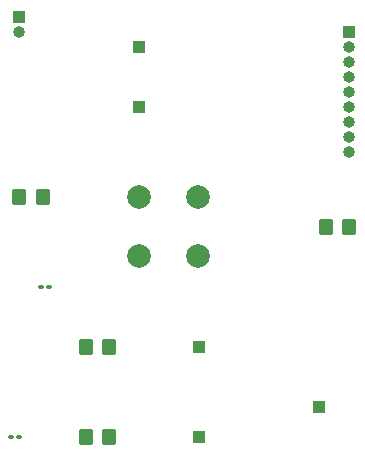
<source format=gbr>
%TF.GenerationSoftware,KiCad,Pcbnew,7.0.10*%
%TF.CreationDate,2024-03-07T13:47:24-05:00*%
%TF.ProjectId,GPS_Breakout,4750535f-4272-4656-916b-6f75742e6b69,rev?*%
%TF.SameCoordinates,Original*%
%TF.FileFunction,Soldermask,Top*%
%TF.FilePolarity,Negative*%
%FSLAX46Y46*%
G04 Gerber Fmt 4.6, Leading zero omitted, Abs format (unit mm)*
G04 Created by KiCad (PCBNEW 7.0.10) date 2024-03-07 13:47:24*
%MOMM*%
%LPD*%
G01*
G04 APERTURE LIST*
G04 Aperture macros list*
%AMRoundRect*
0 Rectangle with rounded corners*
0 $1 Rounding radius*
0 $2 $3 $4 $5 $6 $7 $8 $9 X,Y pos of 4 corners*
0 Add a 4 corners polygon primitive as box body*
4,1,4,$2,$3,$4,$5,$6,$7,$8,$9,$2,$3,0*
0 Add four circle primitives for the rounded corners*
1,1,$1+$1,$2,$3*
1,1,$1+$1,$4,$5*
1,1,$1+$1,$6,$7*
1,1,$1+$1,$8,$9*
0 Add four rect primitives between the rounded corners*
20,1,$1+$1,$2,$3,$4,$5,0*
20,1,$1+$1,$4,$5,$6,$7,0*
20,1,$1+$1,$6,$7,$8,$9,0*
20,1,$1+$1,$8,$9,$2,$3,0*%
G04 Aperture macros list end*
%ADD10R,1.000000X1.000000*%
%ADD11C,2.000000*%
%ADD12O,1.000000X1.000000*%
%ADD13RoundRect,0.100000X-0.130000X-0.100000X0.130000X-0.100000X0.130000X0.100000X-0.130000X0.100000X0*%
%ADD14RoundRect,0.250000X-0.350000X-0.450000X0.350000X-0.450000X0.350000X0.450000X-0.350000X0.450000X0*%
G04 APERTURE END LIST*
D10*
%TO.C,J7*%
X147320000Y-76200000D03*
%TD*%
%TO.C,J6*%
X147320000Y-68580000D03*
%TD*%
%TO.C,J5*%
X157480000Y-73660000D03*
%TD*%
%TO.C,J4*%
X142240000Y-43180000D03*
%TD*%
%TO.C,J3*%
X142240000Y-48260000D03*
%TD*%
D11*
%TO.C,SW1*%
X147240000Y-60880000D03*
X142240000Y-60880000D03*
X147240000Y-55880000D03*
X142240000Y-55880000D03*
%TD*%
D12*
%TO.C,J2*%
X160020000Y-52070000D03*
X160020000Y-50800000D03*
X160020000Y-49530000D03*
X160020000Y-48260000D03*
X160020000Y-46990000D03*
X160020000Y-45720000D03*
X160020000Y-44450000D03*
X160020000Y-43180000D03*
D10*
X160020000Y-41910000D03*
%TD*%
D13*
%TO.C,D2*%
X131415000Y-76200000D03*
X132055000Y-76200000D03*
%TD*%
%TO.C,D1*%
X134595000Y-63500000D03*
X133955000Y-63500000D03*
%TD*%
D12*
%TO.C,J1*%
X132080000Y-41910000D03*
D10*
X132080000Y-40640000D03*
%TD*%
D14*
%TO.C,R4*%
X132080000Y-55880000D03*
X134080000Y-55880000D03*
%TD*%
%TO.C,R3*%
X137700000Y-76200000D03*
X139700000Y-76200000D03*
%TD*%
%TO.C,R2*%
X137700000Y-68580000D03*
X139700000Y-68580000D03*
%TD*%
%TO.C,R1*%
X160020000Y-58420000D03*
X158020000Y-58420000D03*
%TD*%
M02*

</source>
